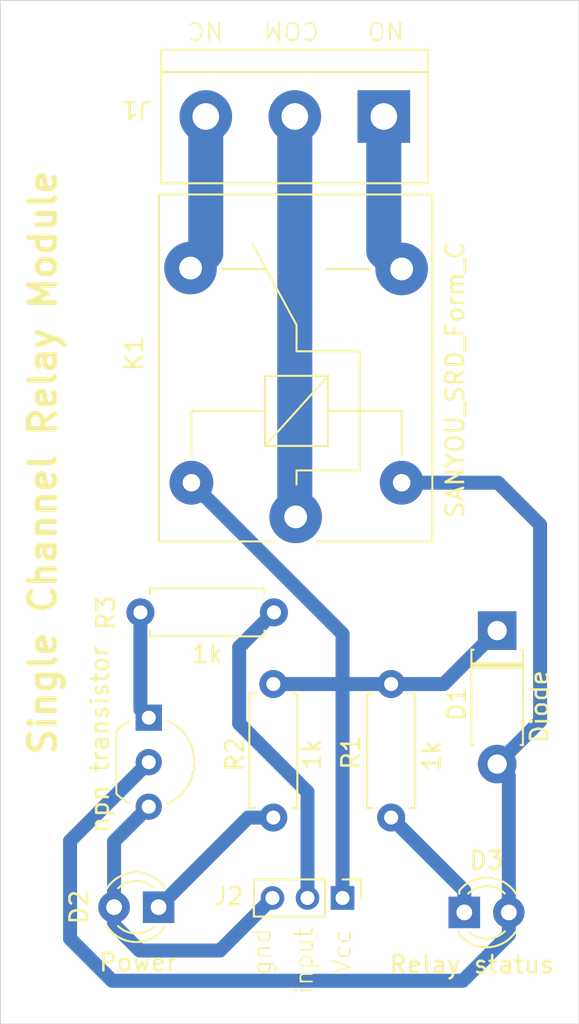
<source format=kicad_pcb>
(kicad_pcb (version 20240108) (generator "pcbnew") (generator_version "8.0")
  (layers (0 "F.Cu" signal) (31 "B.Cu" signal) (34 "B.Paste" user) (35 "F.Paste" user) (36 "B.SilkS" user "B.Silkscreen") (37 "F.SilkS" user "F.Silkscreen") (38 "B.Mask" user) (39 "F.Mask" user) (44 "Edge.Cuts" user))
  (net 0 "")
  (net 1 "Net-(D1-A)")
  (net 2 "Net-(D2-A)")
  (net 3 "Net-(D3-A)")
  (net 4 "Net-(Q1-B)")
  (net 5 "Net-(D1-K)")
  (net 6 "Net-(D2-K)")
  (net 7 "Net-(J1-Pin_1)")
  (net 8 "Net-(J1-Pin_3)")
  (net 9 "Net-(J1-Pin_2)")
  (net 10 "Net-(J2-Pin_2)")
  (footprint "Connector_PinHeader_2.00mm:PinHeader_1x03_P2.00mm_Vertical" (layer "F.Cu") (at 147.025 115.4 -90)
    (property "Reference" "J2" (at -0.1 6.5 180) (layer "F.SilkS"))
    (property "Value" "Conn_01x03_Pin" (hide yes))
    (fp_line (start -1.06 5.06) (end 1.06 5.06) (stroke (width 0.12)) (layer "F.SilkS"))
    (fp_line (start -1.06 1) (end -1.06 5.06) (stroke (width 0.12)) (layer "F.SilkS"))
    (fp_line (start -1.06 1) (end 1.06 1) (stroke (width 0.12)) (layer "F.SilkS"))
    (fp_line (start 1.06 1) (end 1.06 5.06) (stroke (width 0.12)) (layer "F.SilkS"))
    (fp_line (start -1.06 0) (end -1.06 -1.06) (stroke (width 0.12)) (layer "F.SilkS"))
    (fp_line (start -1.06 -1.06) (end 0 -1.06) (stroke (width 0.12)) (layer "F.SilkS"))
    (pad "1" thru_hole rect (at 0 0 270) (size 1.35 1.35) (drill 0.8) (layers "*.Cu" "*.Mask") (net 5 "Net-(D1-K)"))
    (pad "2" thru_hole oval (at 0 2 270) (size 1.35 1.35) (drill 0.8) (layers "*.Cu" "*.Mask") (net 10 "Net-(J2-Pin_2)"))
    (pad "3" thru_hole oval (at 0 4 270) (size 1.35 1.35) (drill 0.8) (layers "*.Cu" "*.Mask") (net 6 "Net-(D2-K)"))
  )
  (footprint "LED_THT:LED_D3.0mm" (layer "F.Cu") (at 153.975 116.225)
    (property "Reference" "D3" (at 1.27 -2.96 0) (layer "F.SilkS"))
    (property "Value" "Relay status" (at 0.425 2.975 0) (layer "F.SilkS"))
    (fp_line (start -0.29 -1.236) (end -0.29 -1.08) (stroke (width 0.12)) (layer "F.SilkS"))
    (fp_line (start -0.29 1.08) (end -0.29 1.236) (stroke (width 0.12)) (layer "F.SilkS"))
    (fp_arc (start -0.29 -1.235516) (mid 1.366487 -1.987659) (end 2.942335 -1.078608) (stroke (width 0.12)) (layer "F.SilkS"))
    (fp_arc (start 0.229039 -1.08) (mid 1.270117 -1.5) (end 2.31113 -1.079837) (stroke (width 0.12)) (layer "F.SilkS"))
    (fp_arc (start 2.31113 1.079837) (mid 1.270117 1.5) (end 0.229039 1.08) (stroke (width 0.12)) (layer "F.SilkS"))
    (fp_arc (start 2.942335 1.078608) (mid 1.366487 1.987659) (end -0.29 1.235516) (stroke (width 0.12)) (layer "F.SilkS"))
    (pad "1" thru_hole rect (at 0 0) (size 1.8 1.8) (drill 0.9) (layers "*.Cu" "*.Mask") (net 3 "Net-(D3-A)"))
    (pad "2" thru_hole circle (at 2.54 0) (size 1.8 1.8) (drill 0.9) (layers "*.Cu" "*.Mask") (net 1 "Net-(D1-A)"))
  )
  (footprint "Package_TO_SOT_THT:TO-92_Inline_Wide" (layer "F.Cu") (at 135.965 105.11 -90)
    (property "Reference" "Q1" (hide yes))
    (property "Value" "npn transistor" (at 1.24 2.79 90) (layer "F.SilkS"))
    (fp_line (start 0.74 1.85) (end 4.34 1.85) (stroke (width 0.12)) (layer "F.SilkS"))
    (fp_arc (start 0.74 1.85) (mid 0.446097 1.509328) (end 0.215816 1.122795) (stroke (width 0.12)) (layer "F.SilkS"))
    (fp_arc (start 4.864184 1.122795) (mid 4.633903 1.509328) (end 4.34 1.85) (stroke (width 0.12)) (layer "F.SilkS"))
    (fp_arc (start 0.1836 -1.098807) (mid 1.143021 -2.192817) (end 2.54 -2.6) (stroke (width 0.12)) (layer "F.SilkS"))
    (fp_arc (start 2.54 -2.6) (mid 3.936979 -2.192818) (end 4.8964 -1.098807) (stroke (width 0.12)) (layer "F.SilkS"))
    (pad "1" thru_hole rect (at 0 0 270) (size 1.5 1.5) (drill 0.8) (layers "*.Cu" "*.Mask") (net 4 "Net-(Q1-B)"))
    (pad "2" thru_hole circle (at 2.54 0 270) (size 1.5 1.5) (drill 0.8) (layers "*.Cu" "*.Mask") (net 1 "Net-(D1-A)"))
    (pad "3" thru_hole circle (at 5.08 0 270) (size 1.5 1.5) (drill 0.8) (layers "*.Cu" "*.Mask") (net 6 "Net-(D2-K)"))
  )
  (footprint "TerminalBlock:TerminalBlock_bornier-3_P5.08mm" (layer "F.Cu") (at 149.38 70.8 180)
    (property "Reference" "J1" (hide yes))
    (property "Value" "Conn_01x03_Pin" (hide yes))
    (fp_line (start 12.7 3.81) (end 12.7 -3.81) (stroke (width 0.12)) (layer "F.SilkS"))
    (fp_line (start -2.54 3.81) (end 12.7 3.81) (stroke (width 0.12)) (layer "F.SilkS"))
    (fp_line (start -2.54 3.81) (end -2.54 -3.81) (stroke (width 0.12)) (layer "F.SilkS"))
    (fp_line (start -2.54 2.54) (end 12.7 2.54) (stroke (width 0.12)) (layer "F.SilkS"))
    (fp_line (start -2.54 -3.81) (end 12.7 -3.81) (stroke (width 0.12)) (layer "F.SilkS"))
    (pad "1" thru_hole rect (at 0 0 180) (size 3 3) (drill 1.52) (layers "*.Cu" "*.Mask") (net 7 "Net-(J1-Pin_1)"))
    (pad "2" thru_hole circle (at 5.08 0 180) (size 3 3) (drill 1.52) (layers "*.Cu" "*.Mask") (net 9 "Net-(J1-Pin_2)"))
    (pad "3" thru_hole circle (at 10.16 0 180) (size 3 3) (drill 1.52) (layers "*.Cu" "*.Mask") (net 8 "Net-(J1-Pin_3)"))
  )
  (footprint "Resistor_THT:R_Axial_DIN0207_L6.3mm_D2.5mm_P7.62mm_Horizontal" (layer "F.Cu") (at 143.075 110.81 90)
    (property "Reference" "R2" (at 3.61 -2.2 90) (layer "F.SilkS"))
    (property "Value" "1k" (at 3.61 2.2 90) (layer "F.SilkS"))
    (fp_line (start 7.08 -1.37) (end 7.08 -1.04) (stroke (width 0.12)) (layer "F.SilkS"))
    (fp_line (start 0.54 -1.37) (end 7.08 -1.37) (stroke (width 0.12)) (layer "F.SilkS"))
    (fp_line (start 0.54 -1.04) (end 0.54 -1.37) (stroke (width 0.12)) (layer "F.SilkS"))
    (fp_line (start 0.54 1.04) (end 0.54 1.37) (stroke (width 0.12)) (layer "F.SilkS"))
    (fp_line (start 7.08 1.37) (end 7.08 1.04) (stroke (width 0.12)) (layer "F.SilkS"))
    (fp_line (start 0.54 1.37) (end 7.08 1.37) (stroke (width 0.12)) (layer "F.SilkS"))
    (pad "1" thru_hole circle (at 0 0 90) (size 1.6 1.6) (drill 0.8) (layers "*.Cu" "*.Mask") (net 2 "Net-(D2-A)"))
    (pad "2" thru_hole oval (at 7.62 0 90) (size 1.6 1.6) (drill 0.8) (layers "*.Cu" "*.Mask") (net 5 "Net-(D1-K)"))
  )
  (footprint "Resistor_THT:R_Axial_DIN0207_L6.3mm_D2.5mm_P7.62mm_Horizontal" (layer "F.Cu") (at 135.49 99.1)
    (property "Reference" "R3" (hide yes))
    (property "Value" "1k" (at 3.81 2.37 0) (layer "F.SilkS"))
    (fp_line (start 0.54 -1.37) (end 7.08 -1.37) (stroke (width 0.12)) (layer "F.SilkS"))
    (fp_line (start 0.54 -1.04) (end 0.54 -1.37) (stroke (width 0.12)) (layer "F.SilkS"))
    (fp_line (start 0.54 1.04) (end 0.54 1.37) (stroke (width 0.12)) (layer "F.SilkS"))
    (fp_line (start 0.54 1.37) (end 7.08 1.37) (stroke (width 0.12)) (layer "F.SilkS"))
    (fp_line (start 7.08 -1.37) (end 7.08 -1.04) (stroke (width 0.12)) (layer "F.SilkS"))
    (fp_line (start 7.08 1.37) (end 7.08 1.04) (stroke (width 0.12)) (layer "F.SilkS"))
    (pad "1" thru_hole circle (at 0 0) (size 1.6 1.6) (drill 0.8) (layers "*.Cu" "*.Mask") (net 4 "Net-(Q1-B)"))
    (pad "2" thru_hole oval (at 7.62 0) (size 1.6 1.6) (drill 0.8) (layers "*.Cu" "*.Mask") (net 10 "Net-(J2-Pin_2)"))
  )
  (footprint "Diode_THT:D_DO-41_SOD81_P7.62mm_Horizontal" (layer "F.Cu") (at 155.85 100.14 -90)
    (property "Reference" "D1" (at 4.18 2.3 -90) (layer "F.SilkS"))
    (property "Value" "1N4007" (hide yes))
    (fp_line (start 1.09 1.47) (end 6.53 1.47) (stroke (width 0.12)) (layer "F.SilkS"))
    (fp_line (start 6.53 1.47) (end 6.53 1.34) (stroke (width 0.12)) (layer "F.SilkS"))
    (fp_line (start 1.09 1.34) (end 1.09 1.47) (stroke (width 0.12)) (layer "F.SilkS"))
    (fp_line (start 1.09 -1.34) (end 1.09 -1.47) (stroke (width 0.12)) (layer "F.SilkS"))
    (fp_line (start 1.09 -1.47) (end 6.53 -1.47) (stroke (width 0.12)) (layer "F.SilkS"))
    (fp_line (start 1.87 -1.47) (end 1.87 1.47) (stroke (width 0.12)) (layer "F.SilkS"))
    (fp_line (start 1.99 -1.47) (end 1.99 1.47) (stroke (width 0.12)) (layer "F.SilkS"))
    (fp_line (start 2.11 -1.47) (end 2.11 1.47) (stroke (width 0.12)) (layer "F.SilkS"))
    (fp_line (start 6.53 -1.47) (end 6.53 -1.34) (stroke (width 0.12)) (layer "F.SilkS"))
    (pad "1" thru_hole rect (at 0 0 270) (size 2.2 2.2) (drill 1.1) (layers "*.Cu" "*.Mask") (net 5 "Net-(D1-K)"))
    (pad "2" thru_hole oval (at 7.62 0 270) (size 2.2 2.2) (drill 1.1) (layers "*.Cu" "*.Mask") (net 1 "Net-(D1-A)"))
  )
  (footprint "Relay_THT:Relay_SPDT_SANYOU_SRD_Series_Form_C" (layer "F.Cu") (at 144.35 93.65 90)
    (property "Reference" "K1" (at 9.3 -9.225 90) (layer "F.SilkS"))
    (property "Value" "SANYOU_SRD_Form_C" (at 7.825 9.1 90) (layer "F.SilkS"))
    (fp_line (start 18.4 -7.8) (end 18.4 7.8) (stroke (width 0.12)) (layer "F.SilkS"))
    (fp_line (start -1.4 -7.8) (end 18.4 -7.8) (stroke (width 0.12)) (layer "F.SilkS"))
    (fp_line (start -1.4 -7.8) (end -1.4 -1.2) (stroke (width 0.12)) (layer "F.SilkS"))
    (fp_line (start 6.05 -5.95) (end 3.55 -5.95) (stroke (width 0.12)) (layer "F.SilkS"))
    (fp_line (start 6.05 -5.95) (end 6.05 -1.75) (stroke (width 0.12)) (layer "F.SilkS"))
    (fp_line (start 14.15 -4.2) (end 14.15 -1.7) (stroke (width 0.12)) (layer "F.SilkS"))
    (fp_line (start 8.05 -1.75) (end 8.05 1.85) (stroke (width 0.12)) (layer "F.SilkS"))
    (fp_line (start 4.05 -1.75) (end 8.05 -1.75) (stroke (width 0.12)) (layer "F.SilkS"))
    (fp_line (start 10.95 0.05) (end 15.55 -2.45) (stroke (width 0.12)) (layer "F.SilkS"))
    (fp_line (start 9.45 0.05) (end 10.95 0.05) (stroke (width 0.12)) (layer "F.SilkS"))
    (fp_line (start 9.45 0.05) (end 9.45 3.65) (stroke (width 0.12)) (layer "F.SilkS"))
    (fp_line (start 2.65 0.05) (end 1.85 0.05) (stroke (width 0.12)) (layer "F.SilkS"))
    (fp_line (start 2.65 0.05) (end 2.65 3.65) (stroke (width 0.12)) (layer "F.SilkS"))
    (fp_line (start -1.4 1.2) (end -1.4 7.8) (stroke (width 0.12)) (layer "F.SilkS"))
    (fp_line (start 8.05 1.85) (end 4.05 -1.75) (stroke (width 0.12)) (layer "F.SilkS"))
    (fp_line (start 8.05 1.85) (end 4.05 1.85) (stroke (width 0.12)) (layer "F.SilkS"))
    (fp_line (start 6.05 1.85) (end 6.05 6.05) (stroke (width 0.12)) (layer "F.SilkS"))
    (fp_line (start 4.05 1.85) (end 4.05 -1.75) (stroke (width 0.12)) (layer "F.SilkS"))
    (fp_line (start 9.45 3.65) (end 2.65 3.65) (stroke (width 0.12)) (layer "F.SilkS"))
    (fp_line (start 14.15 4.2) (end 14.15 1.75) (stroke (width 0.12)) (layer "F.SilkS"))
    (fp_line (start 3.55 6.05) (end 6.05 6.05) (stroke (width 0.12)) (layer "F.SilkS"))
    (fp_line (start 18.4 7.8) (end -1.4 7.8) (stroke (width 0.12)) (layer "F.SilkS"))
    (pad "1" thru_hole circle (at 0 0 180) (size 3 3) (drill 1.3) (layers "*.Cu" "*.Mask") (net 9 "Net-(J1-Pin_2)"))
    (pad "2" thru_hole circle (at 1.95 6.05 180) (size 2.5 2.5) (drill 1) (layers "*.Cu" "*.Mask") (net 1 "Net-(D1-A)"))
    (pad "3" thru_hole circle (at 14.15 6.05 180) (size 3 3) (drill 1.3) (layers "*.Cu" "*.Mask") (net 7 "Net-(J1-Pin_1)"))
    (pad "4" thru_hole circle (at 14.2 -6 180) (size 3 3) (drill 1.3) (layers "*.Cu" "*.Mask") (net 8 "Net-(J1-Pin_3)"))
    (pad "5" thru_hole circle (at 1.95 -5.95 180) (size 2.5 2.5) (drill 1) (layers "*.Cu" "*.Mask") (net 5 "Net-(D1-K)"))
  )
  (footprint "LED_THT:LED_D3.0mm" (layer "F.Cu") (at 136.525 115.925 180)
    (property "Reference" "D2" (at 4.54 0 -90) (layer "F.SilkS"))
    (property "Value" "Power" (at 1.175 -3.15 180) (layer "F.SilkS"))
    (fp_line (start -0.29 1.08) (end -0.29 1.236) (stroke (width 0.12)) (layer "F.SilkS"))
    (fp_line (start -0.29 -1.236) (end -0.29 -1.08) (stroke (width 0.12)) (layer "F.SilkS"))
    (fp_arc (start 2.942335 1.078608) (mid 1.366487 1.987659) (end -0.29 1.235516) (stroke (width 0.12)) (layer "F.SilkS"))
    (fp_arc (start 2.31113 1.079837) (mid 1.270117 1.5) (end 0.229039 1.08) (stroke (width 0.12)) (layer "F.SilkS"))
    (fp_arc (start 0.229039 -1.08) (mid 1.270117 -1.5) (end 2.31113 -1.079837) (stroke (width 0.12)) (layer "F.SilkS"))
    (fp_arc (start -0.29 -1.235516) (mid 1.366487 -1.987659) (end 2.942335 -1.078608) (stroke (width 0.12)) (layer "F.SilkS"))
    (pad "1" thru_hole rect (at 0 0 180) (size 1.8 1.8) (drill 0.9) (layers "*.Cu" "*.Mask") (net 2 "Net-(D2-A)"))
    (pad "2" thru_hole circle (at 2.54 0 180) (size 1.8 1.8) (drill 0.9) (layers "*.Cu" "*.Mask") (net 6 "Net-(D2-K)"))
  )
  (footprint "Resistor_THT:R_Axial_DIN0207_L6.3mm_D2.5mm_P7.62mm_Horizontal" (layer "F.Cu") (at 149.8 110.81 90)
    (property "Reference" "R1" (at 3.71 -2.3 90) (layer "F.SilkS"))
    (property "Value" "1k" (at 3.51 2.3 90) (layer "F.SilkS"))
    (fp_line (start 7.08 -1.37) (end 7.08 -1.04) (stroke (width 0.12)) (layer "F.SilkS"))
    (fp_line (start 0.54 -1.37) (end 7.08 -1.37) (stroke (width 0.12)) (layer "F.SilkS"))
    (fp_line (start 0.54 -1.04) (end 0.54 -1.37) (stroke (width 0.12)) (layer "F.SilkS"))
    (fp_line (start 0.54 1.04) (end 0.54 1.37) (stroke (width 0.12)) (layer "F.SilkS"))
    (fp_line (start 7.08 1.37) (end 7.08 1.04) (stroke (width 0.12)) (layer "F.SilkS"))
    (fp_line (start 0.54 1.37) (end 7.08 1.37) (stroke (width 0.12)) (layer "F.SilkS"))
    (pad "1" thru_hole circle (at 0 0 90) (size 1.6 1.6) (drill 0.8) (layers "*.Cu" "*.Mask") (net 3 "Net-(D3-A)"))
    (pad "2" thru_hole oval (at 7.62 0 90) (size 1.6 1.6) (drill 0.8) (layers "*.Cu" "*.Mask") (net 5 "Net-(D1-K)"))
  )
  (gr_rect (start 127.5 64.175) (end 160.52 122.595) (stroke (width 0.05)) (fill none) (layer "Edge.Cuts"))
  (gr_text "Diode" (at 158.85 106.65 90) (layer "F.SilkS") (effects (font (size 1 1)) (justify left bottom)))
  (gr_text "COM" (at 144.1 65.9 180) (layer "F.SilkS") (effects (font (size 1 1) (thickness 0.1))))
  (gr_text "NO\n" (at 149.5 65.9 180) (layer "F.SilkS") (effects (font (size 1 1) (thickness 0.1))))
  (gr_text "Vcc" (at 147 118.475 90) (layer "F.SilkS") (effects (font (size 1 1) (thickness 0.1) (bold yes))))
  (gr_text "J1\n" (at 135.25 70.425 180) (layer "F.SilkS") (effects (font (size 1 1))))
  (gr_text "gnd\n" (at 142.425 118.475 90) (layer "F.SilkS") (effects (font (size 1 1) (thickness 0.1) (bold yes))))
  (gr_text "Single Channel Relay Module" (at 129.925 90.55 90) (layer "F.SilkS") (effects (font (size 1.5 1.5) (thickness 0.3) (bold yes))))
  (gr_text "input\n" (at 144.825 119 90) (layer "F.SilkS") (effects (font (size 1 1) (thickness 0.1) (bold yes))))
  (gr_text "NC\n" (at 139.2 65.9 180) (layer "F.SilkS") (effects (font (size 1 1) (thickness 0.1))))
  (gr_text "R3\n" (at 133.525 99.125 90) (layer "F.SilkS") (effects (font (size 1 1))))
  (segment (start 155.9 91.7) (end 150.4 91.7) (width 0.8) (layer "B.Cu") (net 1))
  (segment (start 155.475 108.035) (end 155.805 108.035) (width 0.8) (layer "B.Cu") (net 1))
  (segment (start 156.515 108.425) (end 155.85 107.76) (width 0.8) (layer "B.Cu") (net 1))
  (segment (start 156.515 116.225) (end 156.515 117.497792) (width 0.8) (layer "B.Cu") (net 1))
  (segment (start 131.475 112.14) (end 135.965 107.65) (width 0.8) (layer "B.Cu") (net 1))
  (segment (start 156.515 116.225) (end 156.515 108.425) (width 0.8) (layer "B.Cu") (net 1))
  (segment (start 133.875 120.125) (end 131.475 117.725) (width 0.8) (layer "B.Cu") (net 1))
  (segment (start 131.475 117.725) (end 131.475 112.14) (width 0.8) (layer "B.Cu") (net 1))
  (segment (start 158.3 105.31) (end 158.3 94.1) (width 0.8) (layer "B.Cu") (net 1))
  (segment (start 158.3 94.1) (end 155.9 91.7) (width 0.8) (layer "B.Cu") (net 1))
  (segment (start 153.887792 120.125) (end 133.875 120.125) (width 0.8) (layer "B.Cu") (net 1))
  (segment (start 156.515 117.497792) (end 153.887792 120.125) (width 0.8) (layer "B.Cu") (net 1))
  (segment (start 155.85 107.76) (end 158.3 105.31) (width 0.8) (layer "B.Cu") (net 1))
  (segment (start 141.64 110.81) (end 136.525 115.925) (width 0.8) (layer "B.Cu") (net 2))
  (segment (start 143.075 110.81) (end 141.64 110.81) (width 0.8) (layer "B.Cu") (net 2))
  (segment (start 153.975 114.985) (end 149.8 110.81) (width 0.8) (layer "B.Cu") (net 3))
  (segment (start 153.975 116.225) (end 153.975 114.985) (width 0.8) (layer "B.Cu") (net 3))
  (segment (start 135.44 99.15) (end 135.49 99.1) (width 0.8) (layer "B.Cu") (net 4))
  (segment (start 135.49 99.1) (end 135.49 104.635) (width 0.8) (layer "B.Cu") (net 4))
  (segment (start 135.49 99.1) (end 135.39 99.2) (width 0.8) (layer "B.Cu") (net 4))
  (segment (start 135.49 104.635) (end 135.965 105.11) (width 0.8) (layer "B.Cu") (net 4))
  (segment (start 138.4 91.7) (end 147.025 100.325) (width 0.8) (layer "B.Cu") (net 5))
  (segment (start 152.8 103.19) (end 155.85 100.14) (width 0.8) (layer "B.Cu") (net 5))
  (segment (start 143.075 103.19) (end 149.8 103.19) (width 0.8) (layer "B.Cu") (net 5))
  (segment (start 149.8 103.19) (end 152.8 103.19) (width 0.8) (layer "B.Cu") (net 5))
  (segment (start 147.025 100.325) (end 147.025 115.4) (width 0.8) (layer "B.Cu") (net 5))
  (segment (start 143.025 115.4) (end 140.025 118.4) (width 0.8) (layer "B.Cu") (net 6))
  (segment (start 133.985 116.935) (end 133.985 115.925) (width 0.8) (layer "B.Cu") (net 6))
  (segment (start 135.45 118.4) (end 133.985 116.935) (width 0.8) (layer "B.Cu") (net 6))
  (segment (start 133.985 112.17) (end 135.965 110.19) (width 0.8) (layer "B.Cu") (net 6))
  (segment (start 140.025 118.4) (end 135.45 118.4) (width 0.8) (layer "B.Cu") (net 6))
  (segment (start 133.985 115.925) (end 133.985 112.17) (width 0.8) (layer "B.Cu") (net 6))
  (segment (start 149.38 70.8) (end 149.38 78.48) (width 2) (layer "B.Cu") (net 7))
  (segment (start 149.38 78.48) (end 150.4 79.5) (width 2) (layer "B.Cu") (net 7))
  (segment (start 139.22 70.8) (end 139.22 78.58) (width 2) (layer "B.Cu") (net 8))
  (segment (start 139.22 78.58) (end 138.35 79.45) (width 2) (layer "B.Cu") (net 8))
  (segment (start 144.3 70.8) (end 144.3 93.6) (width 2) (layer "B.Cu") (net 9))
  (segment (start 141.125 105.45) (end 141.125 101.085) (width 0.8) (layer "B.Cu") (net 10))
  (segment (start 141.125 101.085) (end 143.11 99.1) (width 0.8) (layer "B.Cu") (net 10))
  (segment (start 143.11 99.1) (end 143.21 99.1) (width 0.8) (layer "B.Cu") (net 10))
  (segment (start 145.025 109.35) (end 141.125 105.45) (width 0.8) (layer "B.Cu") (net 10))
  (segment (start 145.025 115.4) (end 145.025 109.35) (width 0.8) (layer "B.Cu") (net 10))
)
</source>
